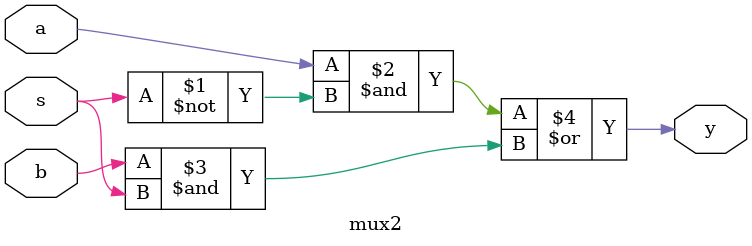
<source format=v>
module mux2(output y, input a,b,s);

assign y = a&(~s) | b&s;
endmodule

</source>
